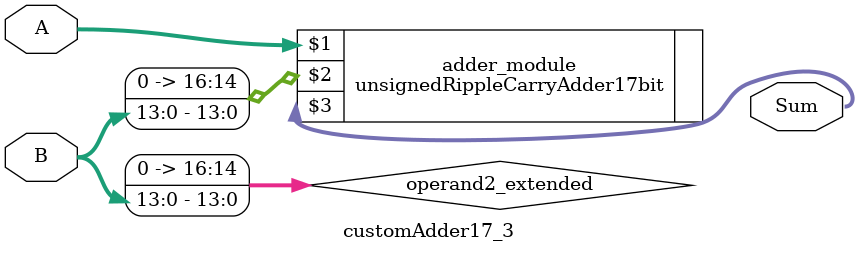
<source format=v>

module customAdder17_3(
                    input [16 : 0] A,
                    input [13 : 0] B,
                    
                    output [17 : 0] Sum
            );

    wire [16 : 0] operand2_extended;
    
    assign operand2_extended =  {3'b0, B};
    
    unsignedRippleCarryAdder17bit adder_module(
        A,
        operand2_extended,
        Sum
    );
    
endmodule
        
</source>
